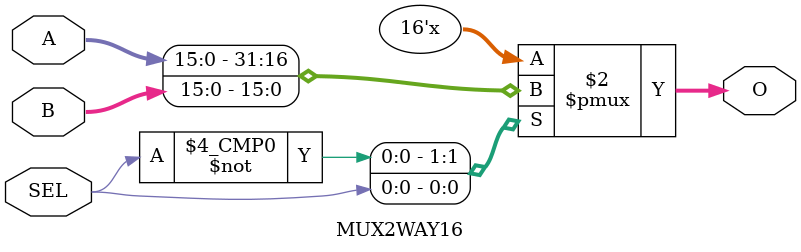
<source format=v>
module MUX2WAY16(input[15:0] A, B, input SEL, output reg [15:0] O);

	always @*
	case(SEL)
		1'b0 : O = A;
		1'b1 : O = B;
	endcase
endmodule

</source>
